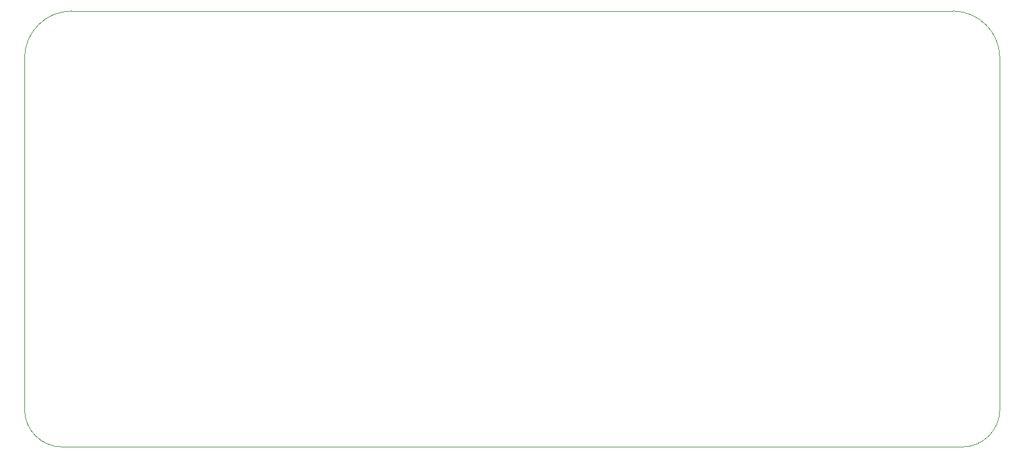
<source format=gbr>
G04 #@! TF.GenerationSoftware,KiCad,Pcbnew,(5.1.5)-3*
G04 #@! TF.CreationDate,2020-04-15T22:49:56+02:00*
G04 #@! TF.ProjectId,makroboard,6d616b72-6f62-46f6-9172-642e6b696361,rev?*
G04 #@! TF.SameCoordinates,Original*
G04 #@! TF.FileFunction,Profile,NP*
%FSLAX46Y46*%
G04 Gerber Fmt 4.6, Leading zero omitted, Abs format (unit mm)*
G04 Created by KiCad (PCBNEW (5.1.5)-3) date 2020-04-15 22:49:56*
%MOMM*%
%LPD*%
G04 APERTURE LIST*
%ADD10C,0.050000*%
G04 APERTURE END LIST*
D10*
X33020000Y-80645000D02*
X154940000Y-80645000D01*
X27940000Y-27940000D02*
X27940000Y-75565000D01*
X160020000Y-27940000D02*
X160020000Y-75565000D01*
X33020000Y-80645000D02*
G75*
G02X27940000Y-75565000I0J5080000D01*
G01*
X160020000Y-75565000D02*
G75*
G02X154940000Y-80645000I-5080000J0D01*
G01*
X27940000Y-27940000D02*
G75*
G02X34290000Y-21590000I6350000J0D01*
G01*
X153670000Y-21590000D02*
G75*
G02X160020000Y-27940000I0J-6350000D01*
G01*
X34290000Y-21590000D02*
X153670000Y-21590000D01*
M02*

</source>
